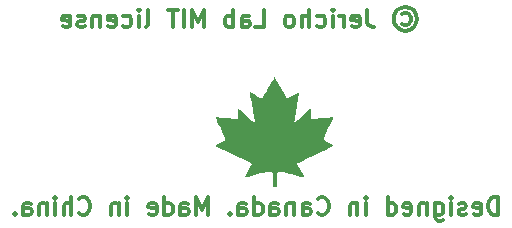
<source format=gbr>
%TF.GenerationSoftware,KiCad,Pcbnew,7.0.9*%
%TF.CreationDate,2024-06-23T11:57:03-04:00*%
%TF.ProjectId,WIRED-Seek-Board-revA1,57495245-442d-4536-9565-6b2d426f6172,Rev A1*%
%TF.SameCoordinates,Original*%
%TF.FileFunction,Legend,Bot*%
%TF.FilePolarity,Positive*%
%FSLAX46Y46*%
G04 Gerber Fmt 4.6, Leading zero omitted, Abs format (unit mm)*
G04 Created by KiCad (PCBNEW 7.0.9) date 2024-06-23 11:57:03*
%MOMM*%
%LPD*%
G01*
G04 APERTURE LIST*
%ADD10C,0.300000*%
%ADD11C,3.500000*%
%ADD12R,2.500000X2.500000*%
%ADD13C,2.500000*%
%ADD14C,3.250000*%
%ADD15R,1.500000X1.500000*%
%ADD16C,1.500000*%
%ADD17C,2.300000*%
G04 APERTURE END LIST*
D10*
X166110999Y-89642871D02*
X166253856Y-89571442D01*
X166253856Y-89571442D02*
X166539570Y-89571442D01*
X166539570Y-89571442D02*
X166682428Y-89642871D01*
X166682428Y-89642871D02*
X166825285Y-89785728D01*
X166825285Y-89785728D02*
X166896713Y-89928585D01*
X166896713Y-89928585D02*
X166896713Y-90214300D01*
X166896713Y-90214300D02*
X166825285Y-90357157D01*
X166825285Y-90357157D02*
X166682428Y-90500014D01*
X166682428Y-90500014D02*
X166539570Y-90571442D01*
X166539570Y-90571442D02*
X166253856Y-90571442D01*
X166253856Y-90571442D02*
X166110999Y-90500014D01*
X166396713Y-89071442D02*
X166753856Y-89142871D01*
X166753856Y-89142871D02*
X167110999Y-89357157D01*
X167110999Y-89357157D02*
X167325285Y-89714300D01*
X167325285Y-89714300D02*
X167396713Y-90071442D01*
X167396713Y-90071442D02*
X167325285Y-90428585D01*
X167325285Y-90428585D02*
X167110999Y-90785728D01*
X167110999Y-90785728D02*
X166753856Y-91000014D01*
X166753856Y-91000014D02*
X166396713Y-91071442D01*
X166396713Y-91071442D02*
X166039570Y-91000014D01*
X166039570Y-91000014D02*
X165682428Y-90785728D01*
X165682428Y-90785728D02*
X165468142Y-90428585D01*
X165468142Y-90428585D02*
X165396713Y-90071442D01*
X165396713Y-90071442D02*
X165468142Y-89714300D01*
X165468142Y-89714300D02*
X165682428Y-89357157D01*
X165682428Y-89357157D02*
X166039570Y-89142871D01*
X166039570Y-89142871D02*
X166396713Y-89071442D01*
X163182427Y-89285728D02*
X163182427Y-90357157D01*
X163182427Y-90357157D02*
X163253856Y-90571442D01*
X163253856Y-90571442D02*
X163396713Y-90714300D01*
X163396713Y-90714300D02*
X163610999Y-90785728D01*
X163610999Y-90785728D02*
X163753856Y-90785728D01*
X161896713Y-90714300D02*
X162039570Y-90785728D01*
X162039570Y-90785728D02*
X162325285Y-90785728D01*
X162325285Y-90785728D02*
X162468142Y-90714300D01*
X162468142Y-90714300D02*
X162539570Y-90571442D01*
X162539570Y-90571442D02*
X162539570Y-90000014D01*
X162539570Y-90000014D02*
X162468142Y-89857157D01*
X162468142Y-89857157D02*
X162325285Y-89785728D01*
X162325285Y-89785728D02*
X162039570Y-89785728D01*
X162039570Y-89785728D02*
X161896713Y-89857157D01*
X161896713Y-89857157D02*
X161825285Y-90000014D01*
X161825285Y-90000014D02*
X161825285Y-90142871D01*
X161825285Y-90142871D02*
X162539570Y-90285728D01*
X161182428Y-90785728D02*
X161182428Y-89785728D01*
X161182428Y-90071442D02*
X161110999Y-89928585D01*
X161110999Y-89928585D02*
X161039571Y-89857157D01*
X161039571Y-89857157D02*
X160896713Y-89785728D01*
X160896713Y-89785728D02*
X160753856Y-89785728D01*
X160253857Y-90785728D02*
X160253857Y-89785728D01*
X160253857Y-89285728D02*
X160325285Y-89357157D01*
X160325285Y-89357157D02*
X160253857Y-89428585D01*
X160253857Y-89428585D02*
X160182428Y-89357157D01*
X160182428Y-89357157D02*
X160253857Y-89285728D01*
X160253857Y-89285728D02*
X160253857Y-89428585D01*
X158896714Y-90714300D02*
X159039571Y-90785728D01*
X159039571Y-90785728D02*
X159325285Y-90785728D01*
X159325285Y-90785728D02*
X159468142Y-90714300D01*
X159468142Y-90714300D02*
X159539571Y-90642871D01*
X159539571Y-90642871D02*
X159610999Y-90500014D01*
X159610999Y-90500014D02*
X159610999Y-90071442D01*
X159610999Y-90071442D02*
X159539571Y-89928585D01*
X159539571Y-89928585D02*
X159468142Y-89857157D01*
X159468142Y-89857157D02*
X159325285Y-89785728D01*
X159325285Y-89785728D02*
X159039571Y-89785728D01*
X159039571Y-89785728D02*
X158896714Y-89857157D01*
X158253857Y-90785728D02*
X158253857Y-89285728D01*
X157611000Y-90785728D02*
X157611000Y-90000014D01*
X157611000Y-90000014D02*
X157682428Y-89857157D01*
X157682428Y-89857157D02*
X157825285Y-89785728D01*
X157825285Y-89785728D02*
X158039571Y-89785728D01*
X158039571Y-89785728D02*
X158182428Y-89857157D01*
X158182428Y-89857157D02*
X158253857Y-89928585D01*
X156682428Y-90785728D02*
X156825285Y-90714300D01*
X156825285Y-90714300D02*
X156896714Y-90642871D01*
X156896714Y-90642871D02*
X156968142Y-90500014D01*
X156968142Y-90500014D02*
X156968142Y-90071442D01*
X156968142Y-90071442D02*
X156896714Y-89928585D01*
X156896714Y-89928585D02*
X156825285Y-89857157D01*
X156825285Y-89857157D02*
X156682428Y-89785728D01*
X156682428Y-89785728D02*
X156468142Y-89785728D01*
X156468142Y-89785728D02*
X156325285Y-89857157D01*
X156325285Y-89857157D02*
X156253857Y-89928585D01*
X156253857Y-89928585D02*
X156182428Y-90071442D01*
X156182428Y-90071442D02*
X156182428Y-90500014D01*
X156182428Y-90500014D02*
X156253857Y-90642871D01*
X156253857Y-90642871D02*
X156325285Y-90714300D01*
X156325285Y-90714300D02*
X156468142Y-90785728D01*
X156468142Y-90785728D02*
X156682428Y-90785728D01*
X153682428Y-90785728D02*
X154396714Y-90785728D01*
X154396714Y-90785728D02*
X154396714Y-89285728D01*
X152539571Y-90785728D02*
X152539571Y-90000014D01*
X152539571Y-90000014D02*
X152610999Y-89857157D01*
X152610999Y-89857157D02*
X152753856Y-89785728D01*
X152753856Y-89785728D02*
X153039571Y-89785728D01*
X153039571Y-89785728D02*
X153182428Y-89857157D01*
X152539571Y-90714300D02*
X152682428Y-90785728D01*
X152682428Y-90785728D02*
X153039571Y-90785728D01*
X153039571Y-90785728D02*
X153182428Y-90714300D01*
X153182428Y-90714300D02*
X153253856Y-90571442D01*
X153253856Y-90571442D02*
X153253856Y-90428585D01*
X153253856Y-90428585D02*
X153182428Y-90285728D01*
X153182428Y-90285728D02*
X153039571Y-90214300D01*
X153039571Y-90214300D02*
X152682428Y-90214300D01*
X152682428Y-90214300D02*
X152539571Y-90142871D01*
X151825285Y-90785728D02*
X151825285Y-89285728D01*
X151825285Y-89857157D02*
X151682428Y-89785728D01*
X151682428Y-89785728D02*
X151396713Y-89785728D01*
X151396713Y-89785728D02*
X151253856Y-89857157D01*
X151253856Y-89857157D02*
X151182428Y-89928585D01*
X151182428Y-89928585D02*
X151110999Y-90071442D01*
X151110999Y-90071442D02*
X151110999Y-90500014D01*
X151110999Y-90500014D02*
X151182428Y-90642871D01*
X151182428Y-90642871D02*
X151253856Y-90714300D01*
X151253856Y-90714300D02*
X151396713Y-90785728D01*
X151396713Y-90785728D02*
X151682428Y-90785728D01*
X151682428Y-90785728D02*
X151825285Y-90714300D01*
X149325285Y-90785728D02*
X149325285Y-89285728D01*
X149325285Y-89285728D02*
X148825285Y-90357157D01*
X148825285Y-90357157D02*
X148325285Y-89285728D01*
X148325285Y-89285728D02*
X148325285Y-90785728D01*
X147610999Y-90785728D02*
X147610999Y-89285728D01*
X147110998Y-89285728D02*
X146253856Y-89285728D01*
X146682427Y-90785728D02*
X146682427Y-89285728D01*
X144396713Y-90785728D02*
X144539570Y-90714300D01*
X144539570Y-90714300D02*
X144610999Y-90571442D01*
X144610999Y-90571442D02*
X144610999Y-89285728D01*
X143825285Y-90785728D02*
X143825285Y-89785728D01*
X143825285Y-89285728D02*
X143896713Y-89357157D01*
X143896713Y-89357157D02*
X143825285Y-89428585D01*
X143825285Y-89428585D02*
X143753856Y-89357157D01*
X143753856Y-89357157D02*
X143825285Y-89285728D01*
X143825285Y-89285728D02*
X143825285Y-89428585D01*
X142468142Y-90714300D02*
X142610999Y-90785728D01*
X142610999Y-90785728D02*
X142896713Y-90785728D01*
X142896713Y-90785728D02*
X143039570Y-90714300D01*
X143039570Y-90714300D02*
X143110999Y-90642871D01*
X143110999Y-90642871D02*
X143182427Y-90500014D01*
X143182427Y-90500014D02*
X143182427Y-90071442D01*
X143182427Y-90071442D02*
X143110999Y-89928585D01*
X143110999Y-89928585D02*
X143039570Y-89857157D01*
X143039570Y-89857157D02*
X142896713Y-89785728D01*
X142896713Y-89785728D02*
X142610999Y-89785728D01*
X142610999Y-89785728D02*
X142468142Y-89857157D01*
X141253856Y-90714300D02*
X141396713Y-90785728D01*
X141396713Y-90785728D02*
X141682428Y-90785728D01*
X141682428Y-90785728D02*
X141825285Y-90714300D01*
X141825285Y-90714300D02*
X141896713Y-90571442D01*
X141896713Y-90571442D02*
X141896713Y-90000014D01*
X141896713Y-90000014D02*
X141825285Y-89857157D01*
X141825285Y-89857157D02*
X141682428Y-89785728D01*
X141682428Y-89785728D02*
X141396713Y-89785728D01*
X141396713Y-89785728D02*
X141253856Y-89857157D01*
X141253856Y-89857157D02*
X141182428Y-90000014D01*
X141182428Y-90000014D02*
X141182428Y-90142871D01*
X141182428Y-90142871D02*
X141896713Y-90285728D01*
X140539571Y-89785728D02*
X140539571Y-90785728D01*
X140539571Y-89928585D02*
X140468142Y-89857157D01*
X140468142Y-89857157D02*
X140325285Y-89785728D01*
X140325285Y-89785728D02*
X140110999Y-89785728D01*
X140110999Y-89785728D02*
X139968142Y-89857157D01*
X139968142Y-89857157D02*
X139896714Y-90000014D01*
X139896714Y-90000014D02*
X139896714Y-90785728D01*
X139253856Y-90714300D02*
X139110999Y-90785728D01*
X139110999Y-90785728D02*
X138825285Y-90785728D01*
X138825285Y-90785728D02*
X138682428Y-90714300D01*
X138682428Y-90714300D02*
X138610999Y-90571442D01*
X138610999Y-90571442D02*
X138610999Y-90500014D01*
X138610999Y-90500014D02*
X138682428Y-90357157D01*
X138682428Y-90357157D02*
X138825285Y-90285728D01*
X138825285Y-90285728D02*
X139039571Y-90285728D01*
X139039571Y-90285728D02*
X139182428Y-90214300D01*
X139182428Y-90214300D02*
X139253856Y-90071442D01*
X139253856Y-90071442D02*
X139253856Y-90000014D01*
X139253856Y-90000014D02*
X139182428Y-89857157D01*
X139182428Y-89857157D02*
X139039571Y-89785728D01*
X139039571Y-89785728D02*
X138825285Y-89785728D01*
X138825285Y-89785728D02*
X138682428Y-89857157D01*
X137396713Y-90714300D02*
X137539570Y-90785728D01*
X137539570Y-90785728D02*
X137825285Y-90785728D01*
X137825285Y-90785728D02*
X137968142Y-90714300D01*
X137968142Y-90714300D02*
X138039570Y-90571442D01*
X138039570Y-90571442D02*
X138039570Y-90000014D01*
X138039570Y-90000014D02*
X137968142Y-89857157D01*
X137968142Y-89857157D02*
X137825285Y-89785728D01*
X137825285Y-89785728D02*
X137539570Y-89785728D01*
X137539570Y-89785728D02*
X137396713Y-89857157D01*
X137396713Y-89857157D02*
X137325285Y-90000014D01*
X137325285Y-90000014D02*
X137325285Y-90142871D01*
X137325285Y-90142871D02*
X138039570Y-90285728D01*
X174255287Y-106665728D02*
X174255287Y-105165728D01*
X174255287Y-105165728D02*
X173898144Y-105165728D01*
X173898144Y-105165728D02*
X173683858Y-105237157D01*
X173683858Y-105237157D02*
X173541001Y-105380014D01*
X173541001Y-105380014D02*
X173469572Y-105522871D01*
X173469572Y-105522871D02*
X173398144Y-105808585D01*
X173398144Y-105808585D02*
X173398144Y-106022871D01*
X173398144Y-106022871D02*
X173469572Y-106308585D01*
X173469572Y-106308585D02*
X173541001Y-106451442D01*
X173541001Y-106451442D02*
X173683858Y-106594300D01*
X173683858Y-106594300D02*
X173898144Y-106665728D01*
X173898144Y-106665728D02*
X174255287Y-106665728D01*
X172183858Y-106594300D02*
X172326715Y-106665728D01*
X172326715Y-106665728D02*
X172612430Y-106665728D01*
X172612430Y-106665728D02*
X172755287Y-106594300D01*
X172755287Y-106594300D02*
X172826715Y-106451442D01*
X172826715Y-106451442D02*
X172826715Y-105880014D01*
X172826715Y-105880014D02*
X172755287Y-105737157D01*
X172755287Y-105737157D02*
X172612430Y-105665728D01*
X172612430Y-105665728D02*
X172326715Y-105665728D01*
X172326715Y-105665728D02*
X172183858Y-105737157D01*
X172183858Y-105737157D02*
X172112430Y-105880014D01*
X172112430Y-105880014D02*
X172112430Y-106022871D01*
X172112430Y-106022871D02*
X172826715Y-106165728D01*
X171541001Y-106594300D02*
X171398144Y-106665728D01*
X171398144Y-106665728D02*
X171112430Y-106665728D01*
X171112430Y-106665728D02*
X170969573Y-106594300D01*
X170969573Y-106594300D02*
X170898144Y-106451442D01*
X170898144Y-106451442D02*
X170898144Y-106380014D01*
X170898144Y-106380014D02*
X170969573Y-106237157D01*
X170969573Y-106237157D02*
X171112430Y-106165728D01*
X171112430Y-106165728D02*
X171326716Y-106165728D01*
X171326716Y-106165728D02*
X171469573Y-106094300D01*
X171469573Y-106094300D02*
X171541001Y-105951442D01*
X171541001Y-105951442D02*
X171541001Y-105880014D01*
X171541001Y-105880014D02*
X171469573Y-105737157D01*
X171469573Y-105737157D02*
X171326716Y-105665728D01*
X171326716Y-105665728D02*
X171112430Y-105665728D01*
X171112430Y-105665728D02*
X170969573Y-105737157D01*
X170255287Y-106665728D02*
X170255287Y-105665728D01*
X170255287Y-105165728D02*
X170326715Y-105237157D01*
X170326715Y-105237157D02*
X170255287Y-105308585D01*
X170255287Y-105308585D02*
X170183858Y-105237157D01*
X170183858Y-105237157D02*
X170255287Y-105165728D01*
X170255287Y-105165728D02*
X170255287Y-105308585D01*
X168898144Y-105665728D02*
X168898144Y-106880014D01*
X168898144Y-106880014D02*
X168969572Y-107022871D01*
X168969572Y-107022871D02*
X169041001Y-107094300D01*
X169041001Y-107094300D02*
X169183858Y-107165728D01*
X169183858Y-107165728D02*
X169398144Y-107165728D01*
X169398144Y-107165728D02*
X169541001Y-107094300D01*
X168898144Y-106594300D02*
X169041001Y-106665728D01*
X169041001Y-106665728D02*
X169326715Y-106665728D01*
X169326715Y-106665728D02*
X169469572Y-106594300D01*
X169469572Y-106594300D02*
X169541001Y-106522871D01*
X169541001Y-106522871D02*
X169612429Y-106380014D01*
X169612429Y-106380014D02*
X169612429Y-105951442D01*
X169612429Y-105951442D02*
X169541001Y-105808585D01*
X169541001Y-105808585D02*
X169469572Y-105737157D01*
X169469572Y-105737157D02*
X169326715Y-105665728D01*
X169326715Y-105665728D02*
X169041001Y-105665728D01*
X169041001Y-105665728D02*
X168898144Y-105737157D01*
X168183858Y-105665728D02*
X168183858Y-106665728D01*
X168183858Y-105808585D02*
X168112429Y-105737157D01*
X168112429Y-105737157D02*
X167969572Y-105665728D01*
X167969572Y-105665728D02*
X167755286Y-105665728D01*
X167755286Y-105665728D02*
X167612429Y-105737157D01*
X167612429Y-105737157D02*
X167541001Y-105880014D01*
X167541001Y-105880014D02*
X167541001Y-106665728D01*
X166255286Y-106594300D02*
X166398143Y-106665728D01*
X166398143Y-106665728D02*
X166683858Y-106665728D01*
X166683858Y-106665728D02*
X166826715Y-106594300D01*
X166826715Y-106594300D02*
X166898143Y-106451442D01*
X166898143Y-106451442D02*
X166898143Y-105880014D01*
X166898143Y-105880014D02*
X166826715Y-105737157D01*
X166826715Y-105737157D02*
X166683858Y-105665728D01*
X166683858Y-105665728D02*
X166398143Y-105665728D01*
X166398143Y-105665728D02*
X166255286Y-105737157D01*
X166255286Y-105737157D02*
X166183858Y-105880014D01*
X166183858Y-105880014D02*
X166183858Y-106022871D01*
X166183858Y-106022871D02*
X166898143Y-106165728D01*
X164898144Y-106665728D02*
X164898144Y-105165728D01*
X164898144Y-106594300D02*
X165041001Y-106665728D01*
X165041001Y-106665728D02*
X165326715Y-106665728D01*
X165326715Y-106665728D02*
X165469572Y-106594300D01*
X165469572Y-106594300D02*
X165541001Y-106522871D01*
X165541001Y-106522871D02*
X165612429Y-106380014D01*
X165612429Y-106380014D02*
X165612429Y-105951442D01*
X165612429Y-105951442D02*
X165541001Y-105808585D01*
X165541001Y-105808585D02*
X165469572Y-105737157D01*
X165469572Y-105737157D02*
X165326715Y-105665728D01*
X165326715Y-105665728D02*
X165041001Y-105665728D01*
X165041001Y-105665728D02*
X164898144Y-105737157D01*
X163041001Y-106665728D02*
X163041001Y-105665728D01*
X163041001Y-105165728D02*
X163112429Y-105237157D01*
X163112429Y-105237157D02*
X163041001Y-105308585D01*
X163041001Y-105308585D02*
X162969572Y-105237157D01*
X162969572Y-105237157D02*
X163041001Y-105165728D01*
X163041001Y-105165728D02*
X163041001Y-105308585D01*
X162326715Y-105665728D02*
X162326715Y-106665728D01*
X162326715Y-105808585D02*
X162255286Y-105737157D01*
X162255286Y-105737157D02*
X162112429Y-105665728D01*
X162112429Y-105665728D02*
X161898143Y-105665728D01*
X161898143Y-105665728D02*
X161755286Y-105737157D01*
X161755286Y-105737157D02*
X161683858Y-105880014D01*
X161683858Y-105880014D02*
X161683858Y-106665728D01*
X158969572Y-106522871D02*
X159041000Y-106594300D01*
X159041000Y-106594300D02*
X159255286Y-106665728D01*
X159255286Y-106665728D02*
X159398143Y-106665728D01*
X159398143Y-106665728D02*
X159612429Y-106594300D01*
X159612429Y-106594300D02*
X159755286Y-106451442D01*
X159755286Y-106451442D02*
X159826715Y-106308585D01*
X159826715Y-106308585D02*
X159898143Y-106022871D01*
X159898143Y-106022871D02*
X159898143Y-105808585D01*
X159898143Y-105808585D02*
X159826715Y-105522871D01*
X159826715Y-105522871D02*
X159755286Y-105380014D01*
X159755286Y-105380014D02*
X159612429Y-105237157D01*
X159612429Y-105237157D02*
X159398143Y-105165728D01*
X159398143Y-105165728D02*
X159255286Y-105165728D01*
X159255286Y-105165728D02*
X159041000Y-105237157D01*
X159041000Y-105237157D02*
X158969572Y-105308585D01*
X157683858Y-106665728D02*
X157683858Y-105880014D01*
X157683858Y-105880014D02*
X157755286Y-105737157D01*
X157755286Y-105737157D02*
X157898143Y-105665728D01*
X157898143Y-105665728D02*
X158183858Y-105665728D01*
X158183858Y-105665728D02*
X158326715Y-105737157D01*
X157683858Y-106594300D02*
X157826715Y-106665728D01*
X157826715Y-106665728D02*
X158183858Y-106665728D01*
X158183858Y-106665728D02*
X158326715Y-106594300D01*
X158326715Y-106594300D02*
X158398143Y-106451442D01*
X158398143Y-106451442D02*
X158398143Y-106308585D01*
X158398143Y-106308585D02*
X158326715Y-106165728D01*
X158326715Y-106165728D02*
X158183858Y-106094300D01*
X158183858Y-106094300D02*
X157826715Y-106094300D01*
X157826715Y-106094300D02*
X157683858Y-106022871D01*
X156969572Y-105665728D02*
X156969572Y-106665728D01*
X156969572Y-105808585D02*
X156898143Y-105737157D01*
X156898143Y-105737157D02*
X156755286Y-105665728D01*
X156755286Y-105665728D02*
X156541000Y-105665728D01*
X156541000Y-105665728D02*
X156398143Y-105737157D01*
X156398143Y-105737157D02*
X156326715Y-105880014D01*
X156326715Y-105880014D02*
X156326715Y-106665728D01*
X154969572Y-106665728D02*
X154969572Y-105880014D01*
X154969572Y-105880014D02*
X155041000Y-105737157D01*
X155041000Y-105737157D02*
X155183857Y-105665728D01*
X155183857Y-105665728D02*
X155469572Y-105665728D01*
X155469572Y-105665728D02*
X155612429Y-105737157D01*
X154969572Y-106594300D02*
X155112429Y-106665728D01*
X155112429Y-106665728D02*
X155469572Y-106665728D01*
X155469572Y-106665728D02*
X155612429Y-106594300D01*
X155612429Y-106594300D02*
X155683857Y-106451442D01*
X155683857Y-106451442D02*
X155683857Y-106308585D01*
X155683857Y-106308585D02*
X155612429Y-106165728D01*
X155612429Y-106165728D02*
X155469572Y-106094300D01*
X155469572Y-106094300D02*
X155112429Y-106094300D01*
X155112429Y-106094300D02*
X154969572Y-106022871D01*
X153612429Y-106665728D02*
X153612429Y-105165728D01*
X153612429Y-106594300D02*
X153755286Y-106665728D01*
X153755286Y-106665728D02*
X154041000Y-106665728D01*
X154041000Y-106665728D02*
X154183857Y-106594300D01*
X154183857Y-106594300D02*
X154255286Y-106522871D01*
X154255286Y-106522871D02*
X154326714Y-106380014D01*
X154326714Y-106380014D02*
X154326714Y-105951442D01*
X154326714Y-105951442D02*
X154255286Y-105808585D01*
X154255286Y-105808585D02*
X154183857Y-105737157D01*
X154183857Y-105737157D02*
X154041000Y-105665728D01*
X154041000Y-105665728D02*
X153755286Y-105665728D01*
X153755286Y-105665728D02*
X153612429Y-105737157D01*
X152255286Y-106665728D02*
X152255286Y-105880014D01*
X152255286Y-105880014D02*
X152326714Y-105737157D01*
X152326714Y-105737157D02*
X152469571Y-105665728D01*
X152469571Y-105665728D02*
X152755286Y-105665728D01*
X152755286Y-105665728D02*
X152898143Y-105737157D01*
X152255286Y-106594300D02*
X152398143Y-106665728D01*
X152398143Y-106665728D02*
X152755286Y-106665728D01*
X152755286Y-106665728D02*
X152898143Y-106594300D01*
X152898143Y-106594300D02*
X152969571Y-106451442D01*
X152969571Y-106451442D02*
X152969571Y-106308585D01*
X152969571Y-106308585D02*
X152898143Y-106165728D01*
X152898143Y-106165728D02*
X152755286Y-106094300D01*
X152755286Y-106094300D02*
X152398143Y-106094300D01*
X152398143Y-106094300D02*
X152255286Y-106022871D01*
X151541000Y-106522871D02*
X151469571Y-106594300D01*
X151469571Y-106594300D02*
X151541000Y-106665728D01*
X151541000Y-106665728D02*
X151612428Y-106594300D01*
X151612428Y-106594300D02*
X151541000Y-106522871D01*
X151541000Y-106522871D02*
X151541000Y-106665728D01*
X149683857Y-106665728D02*
X149683857Y-105165728D01*
X149683857Y-105165728D02*
X149183857Y-106237157D01*
X149183857Y-106237157D02*
X148683857Y-105165728D01*
X148683857Y-105165728D02*
X148683857Y-106665728D01*
X147326714Y-106665728D02*
X147326714Y-105880014D01*
X147326714Y-105880014D02*
X147398142Y-105737157D01*
X147398142Y-105737157D02*
X147540999Y-105665728D01*
X147540999Y-105665728D02*
X147826714Y-105665728D01*
X147826714Y-105665728D02*
X147969571Y-105737157D01*
X147326714Y-106594300D02*
X147469571Y-106665728D01*
X147469571Y-106665728D02*
X147826714Y-106665728D01*
X147826714Y-106665728D02*
X147969571Y-106594300D01*
X147969571Y-106594300D02*
X148040999Y-106451442D01*
X148040999Y-106451442D02*
X148040999Y-106308585D01*
X148040999Y-106308585D02*
X147969571Y-106165728D01*
X147969571Y-106165728D02*
X147826714Y-106094300D01*
X147826714Y-106094300D02*
X147469571Y-106094300D01*
X147469571Y-106094300D02*
X147326714Y-106022871D01*
X145969571Y-106665728D02*
X145969571Y-105165728D01*
X145969571Y-106594300D02*
X146112428Y-106665728D01*
X146112428Y-106665728D02*
X146398142Y-106665728D01*
X146398142Y-106665728D02*
X146540999Y-106594300D01*
X146540999Y-106594300D02*
X146612428Y-106522871D01*
X146612428Y-106522871D02*
X146683856Y-106380014D01*
X146683856Y-106380014D02*
X146683856Y-105951442D01*
X146683856Y-105951442D02*
X146612428Y-105808585D01*
X146612428Y-105808585D02*
X146540999Y-105737157D01*
X146540999Y-105737157D02*
X146398142Y-105665728D01*
X146398142Y-105665728D02*
X146112428Y-105665728D01*
X146112428Y-105665728D02*
X145969571Y-105737157D01*
X144683856Y-106594300D02*
X144826713Y-106665728D01*
X144826713Y-106665728D02*
X145112428Y-106665728D01*
X145112428Y-106665728D02*
X145255285Y-106594300D01*
X145255285Y-106594300D02*
X145326713Y-106451442D01*
X145326713Y-106451442D02*
X145326713Y-105880014D01*
X145326713Y-105880014D02*
X145255285Y-105737157D01*
X145255285Y-105737157D02*
X145112428Y-105665728D01*
X145112428Y-105665728D02*
X144826713Y-105665728D01*
X144826713Y-105665728D02*
X144683856Y-105737157D01*
X144683856Y-105737157D02*
X144612428Y-105880014D01*
X144612428Y-105880014D02*
X144612428Y-106022871D01*
X144612428Y-106022871D02*
X145326713Y-106165728D01*
X142826714Y-106665728D02*
X142826714Y-105665728D01*
X142826714Y-105165728D02*
X142898142Y-105237157D01*
X142898142Y-105237157D02*
X142826714Y-105308585D01*
X142826714Y-105308585D02*
X142755285Y-105237157D01*
X142755285Y-105237157D02*
X142826714Y-105165728D01*
X142826714Y-105165728D02*
X142826714Y-105308585D01*
X142112428Y-105665728D02*
X142112428Y-106665728D01*
X142112428Y-105808585D02*
X142040999Y-105737157D01*
X142040999Y-105737157D02*
X141898142Y-105665728D01*
X141898142Y-105665728D02*
X141683856Y-105665728D01*
X141683856Y-105665728D02*
X141540999Y-105737157D01*
X141540999Y-105737157D02*
X141469571Y-105880014D01*
X141469571Y-105880014D02*
X141469571Y-106665728D01*
X138755285Y-106522871D02*
X138826713Y-106594300D01*
X138826713Y-106594300D02*
X139040999Y-106665728D01*
X139040999Y-106665728D02*
X139183856Y-106665728D01*
X139183856Y-106665728D02*
X139398142Y-106594300D01*
X139398142Y-106594300D02*
X139540999Y-106451442D01*
X139540999Y-106451442D02*
X139612428Y-106308585D01*
X139612428Y-106308585D02*
X139683856Y-106022871D01*
X139683856Y-106022871D02*
X139683856Y-105808585D01*
X139683856Y-105808585D02*
X139612428Y-105522871D01*
X139612428Y-105522871D02*
X139540999Y-105380014D01*
X139540999Y-105380014D02*
X139398142Y-105237157D01*
X139398142Y-105237157D02*
X139183856Y-105165728D01*
X139183856Y-105165728D02*
X139040999Y-105165728D01*
X139040999Y-105165728D02*
X138826713Y-105237157D01*
X138826713Y-105237157D02*
X138755285Y-105308585D01*
X138112428Y-106665728D02*
X138112428Y-105165728D01*
X137469571Y-106665728D02*
X137469571Y-105880014D01*
X137469571Y-105880014D02*
X137540999Y-105737157D01*
X137540999Y-105737157D02*
X137683856Y-105665728D01*
X137683856Y-105665728D02*
X137898142Y-105665728D01*
X137898142Y-105665728D02*
X138040999Y-105737157D01*
X138040999Y-105737157D02*
X138112428Y-105808585D01*
X136755285Y-106665728D02*
X136755285Y-105665728D01*
X136755285Y-105165728D02*
X136826713Y-105237157D01*
X136826713Y-105237157D02*
X136755285Y-105308585D01*
X136755285Y-105308585D02*
X136683856Y-105237157D01*
X136683856Y-105237157D02*
X136755285Y-105165728D01*
X136755285Y-105165728D02*
X136755285Y-105308585D01*
X136040999Y-105665728D02*
X136040999Y-106665728D01*
X136040999Y-105808585D02*
X135969570Y-105737157D01*
X135969570Y-105737157D02*
X135826713Y-105665728D01*
X135826713Y-105665728D02*
X135612427Y-105665728D01*
X135612427Y-105665728D02*
X135469570Y-105737157D01*
X135469570Y-105737157D02*
X135398142Y-105880014D01*
X135398142Y-105880014D02*
X135398142Y-106665728D01*
X134040999Y-106665728D02*
X134040999Y-105880014D01*
X134040999Y-105880014D02*
X134112427Y-105737157D01*
X134112427Y-105737157D02*
X134255284Y-105665728D01*
X134255284Y-105665728D02*
X134540999Y-105665728D01*
X134540999Y-105665728D02*
X134683856Y-105737157D01*
X134040999Y-106594300D02*
X134183856Y-106665728D01*
X134183856Y-106665728D02*
X134540999Y-106665728D01*
X134540999Y-106665728D02*
X134683856Y-106594300D01*
X134683856Y-106594300D02*
X134755284Y-106451442D01*
X134755284Y-106451442D02*
X134755284Y-106308585D01*
X134755284Y-106308585D02*
X134683856Y-106165728D01*
X134683856Y-106165728D02*
X134540999Y-106094300D01*
X134540999Y-106094300D02*
X134183856Y-106094300D01*
X134183856Y-106094300D02*
X134040999Y-106022871D01*
X133326713Y-106522871D02*
X133255284Y-106594300D01*
X133255284Y-106594300D02*
X133326713Y-106665728D01*
X133326713Y-106665728D02*
X133398141Y-106594300D01*
X133398141Y-106594300D02*
X133326713Y-106522871D01*
X133326713Y-106522871D02*
X133326713Y-106665728D01*
%TO.C,G3*%
G36*
X155339060Y-95021895D02*
G01*
X155392873Y-95108518D01*
X155476431Y-95249424D01*
X155584132Y-95435032D01*
X155710373Y-95655762D01*
X155849552Y-95902032D01*
X155965612Y-96106711D01*
X156096476Y-96332820D01*
X156210893Y-96525411D01*
X156303040Y-96674873D01*
X156367095Y-96771598D01*
X156397235Y-96805976D01*
X156404420Y-96804302D01*
X156470320Y-96774110D01*
X156588811Y-96711845D01*
X156745755Y-96625101D01*
X156927016Y-96521469D01*
X156986770Y-96486955D01*
X157155955Y-96391286D01*
X157292560Y-96317096D01*
X157383856Y-96271166D01*
X157417117Y-96260281D01*
X157414586Y-96278337D01*
X157400070Y-96367387D01*
X157374119Y-96521770D01*
X157338393Y-96731745D01*
X157294553Y-96987569D01*
X157244259Y-97279502D01*
X157189171Y-97597802D01*
X157155067Y-97795360D01*
X157103552Y-98097621D01*
X157058444Y-98367065D01*
X157021307Y-98594065D01*
X156993709Y-98768991D01*
X156977216Y-98882216D01*
X156973394Y-98924111D01*
X156989154Y-98913775D01*
X157056835Y-98855986D01*
X157170070Y-98754279D01*
X157320534Y-98616243D01*
X157499906Y-98449470D01*
X157699864Y-98261549D01*
X157837046Y-98132143D01*
X158023846Y-97956503D01*
X158184201Y-97806412D01*
X158309803Y-97689614D01*
X158392343Y-97613856D01*
X158423515Y-97586882D01*
X158423686Y-97586967D01*
X158425534Y-97628771D01*
X158424027Y-97736183D01*
X158419520Y-97893416D01*
X158412364Y-98084683D01*
X158391862Y-98582485D01*
X158551820Y-98558396D01*
X158668271Y-98543042D01*
X158844853Y-98523500D01*
X159055879Y-98502661D01*
X159286817Y-98481698D01*
X159523137Y-98461784D01*
X159750309Y-98444095D01*
X159953801Y-98429802D01*
X160119084Y-98420081D01*
X160231626Y-98416105D01*
X160276898Y-98419047D01*
X160273119Y-98442363D01*
X160240887Y-98531479D01*
X160181255Y-98677043D01*
X160098659Y-98868605D01*
X159997538Y-99095721D01*
X159882329Y-99347941D01*
X159799581Y-99528848D01*
X159693820Y-99766247D01*
X159605419Y-99972074D01*
X159538824Y-100135646D01*
X159498482Y-100246278D01*
X159488841Y-100293287D01*
X159531083Y-100326577D01*
X159631242Y-100389967D01*
X159773885Y-100473850D01*
X159943809Y-100569011D01*
X159946431Y-100570447D01*
X160111249Y-100663433D01*
X160243775Y-100743324D01*
X160330564Y-100801654D01*
X160358171Y-100829955D01*
X160346866Y-100837160D01*
X160272225Y-100875190D01*
X160134643Y-100941787D01*
X159941961Y-101033260D01*
X159702018Y-101145920D01*
X159422655Y-101276077D01*
X159111710Y-101420041D01*
X158777025Y-101574122D01*
X158602025Y-101654643D01*
X158279593Y-101803962D01*
X157985525Y-101941389D01*
X157727562Y-102063230D01*
X157513448Y-102165792D01*
X157350925Y-102245382D01*
X157247733Y-102298307D01*
X157211615Y-102320874D01*
X157219176Y-102339590D01*
X157261319Y-102419547D01*
X157334220Y-102549701D01*
X157430752Y-102717414D01*
X157543792Y-102910049D01*
X157615325Y-103031801D01*
X157716795Y-103208130D01*
X157796172Y-103350673D01*
X157846703Y-103447208D01*
X157861637Y-103485511D01*
X157820650Y-103480016D01*
X157710296Y-103456878D01*
X157541150Y-103418482D01*
X157323737Y-103367268D01*
X157068584Y-103305679D01*
X156786220Y-103236154D01*
X156650414Y-103202448D01*
X156359431Y-103130870D01*
X156134197Y-103077148D01*
X155964743Y-103039580D01*
X155841100Y-103016463D01*
X155753300Y-103006095D01*
X155691374Y-103006771D01*
X155645353Y-103016791D01*
X155605267Y-103034451D01*
X155485402Y-103096436D01*
X155485402Y-104327335D01*
X155156599Y-104327335D01*
X155156599Y-103096436D01*
X155038714Y-103035476D01*
X155025384Y-103028876D01*
X154984384Y-103014018D01*
X154933280Y-103007450D01*
X154862130Y-103010870D01*
X154760997Y-103025976D01*
X154619938Y-103054467D01*
X154429014Y-103098039D01*
X154178284Y-103158393D01*
X153857809Y-103237225D01*
X153577615Y-103305832D01*
X153321835Y-103367218D01*
X153103687Y-103418294D01*
X152933695Y-103456637D01*
X152822382Y-103479821D01*
X152780275Y-103485423D01*
X152784868Y-103469394D01*
X152822608Y-103393877D01*
X152891915Y-103267777D01*
X152985999Y-103103329D01*
X153098074Y-102912764D01*
X153167430Y-102795584D01*
X153271704Y-102616491D01*
X153355074Y-102469588D01*
X153410361Y-102367611D01*
X153430385Y-102323294D01*
X153420620Y-102315315D01*
X153348942Y-102275968D01*
X153214166Y-102208232D01*
X153024037Y-102115817D01*
X152786300Y-102002431D01*
X152508698Y-101871783D01*
X152198977Y-101727583D01*
X151864881Y-101573539D01*
X151691777Y-101493989D01*
X151368200Y-101344669D01*
X151072366Y-101207348D01*
X150812114Y-101085714D01*
X150595286Y-100983454D01*
X150429720Y-100904258D01*
X150323256Y-100851811D01*
X150283735Y-100829802D01*
X150283648Y-100829644D01*
X150312267Y-100800894D01*
X150399864Y-100742231D01*
X150532988Y-100662115D01*
X150698192Y-100569011D01*
X150864258Y-100476060D01*
X151007742Y-100391796D01*
X151109110Y-100327800D01*
X151153159Y-100293287D01*
X151149732Y-100267158D01*
X151117944Y-100174100D01*
X151058597Y-100024966D01*
X150976138Y-99830438D01*
X150875014Y-99601202D01*
X150759672Y-99347941D01*
X150675991Y-99165360D01*
X150570411Y-98930041D01*
X150482095Y-98727303D01*
X150415479Y-98567593D01*
X150375003Y-98461358D01*
X150365103Y-98419047D01*
X150401862Y-98416068D01*
X150507737Y-98419343D01*
X150667945Y-98428492D01*
X150867956Y-98442340D01*
X151093240Y-98459715D01*
X151329266Y-98479441D01*
X151561504Y-98500347D01*
X151775423Y-98521257D01*
X151956492Y-98540998D01*
X152090181Y-98558396D01*
X152250138Y-98582485D01*
X152229636Y-98084683D01*
X152229256Y-98075404D01*
X152222388Y-97885354D01*
X152218455Y-97730060D01*
X152217746Y-97625307D01*
X152220549Y-97586882D01*
X152235779Y-97599261D01*
X152302792Y-97659985D01*
X152415433Y-97764387D01*
X152565376Y-97904697D01*
X152744295Y-98073142D01*
X152943862Y-98261951D01*
X153080622Y-98391163D01*
X153267140Y-98565738D01*
X153427543Y-98713905D01*
X153553508Y-98828064D01*
X153636709Y-98900614D01*
X153668825Y-98923955D01*
X153668205Y-98907176D01*
X153656607Y-98820273D01*
X153633241Y-98667957D01*
X153599671Y-98459866D01*
X153557461Y-98205638D01*
X153508178Y-97914912D01*
X153453387Y-97597326D01*
X153419491Y-97402211D01*
X153366966Y-97098784D01*
X153320257Y-96827612D01*
X153281029Y-96598441D01*
X153250948Y-96421013D01*
X153231677Y-96305072D01*
X153224884Y-96260363D01*
X153228534Y-96259629D01*
X153282014Y-96282596D01*
X153389401Y-96338412D01*
X153537967Y-96420297D01*
X153714985Y-96521469D01*
X153768358Y-96552317D01*
X153944122Y-96651904D01*
X154091536Y-96732438D01*
X154196463Y-96786326D01*
X154244766Y-96805976D01*
X154266972Y-96782448D01*
X154325477Y-96696006D01*
X154413100Y-96555133D01*
X154524017Y-96369439D01*
X154652408Y-96148536D01*
X154792448Y-95902032D01*
X154908687Y-95696158D01*
X155037527Y-95470403D01*
X155148781Y-95278137D01*
X155236846Y-95128941D01*
X155296120Y-95032398D01*
X155321000Y-94998088D01*
X155339060Y-95021895D01*
G37*
%TD*%
%LPC*%
D11*
%TO.C,H2*%
X186944000Y-70866000D03*
%TD*%
%TO.C,H5*%
X146989800Y-114096800D03*
%TD*%
D12*
%TO.C,J3*%
X177422800Y-84226400D03*
D13*
X182422800Y-84226400D03*
%TD*%
D11*
%TO.C,H3*%
X187076000Y-138084000D03*
%TD*%
D14*
%TO.C,J2*%
X148031200Y-74676000D03*
X160731200Y-74676000D03*
D15*
X150821200Y-77216000D03*
D16*
X151837200Y-78996000D03*
X152853200Y-77216000D03*
X153869200Y-78996000D03*
X154885200Y-77216000D03*
X155901200Y-78996000D03*
X156917200Y-77216000D03*
X157933200Y-78996000D03*
X147521200Y-83816000D03*
X149811200Y-83816000D03*
X158951200Y-83816000D03*
X161241200Y-83816000D03*
D17*
X146251200Y-78106000D03*
X162511200Y-78106000D03*
%TD*%
D11*
%TO.C,H1*%
X124714000Y-70866000D03*
%TD*%
%TO.C,H6*%
X161366200Y-126441200D03*
%TD*%
%TO.C,H4*%
X124592000Y-138084000D03*
%TD*%
%LPD*%
M02*

</source>
